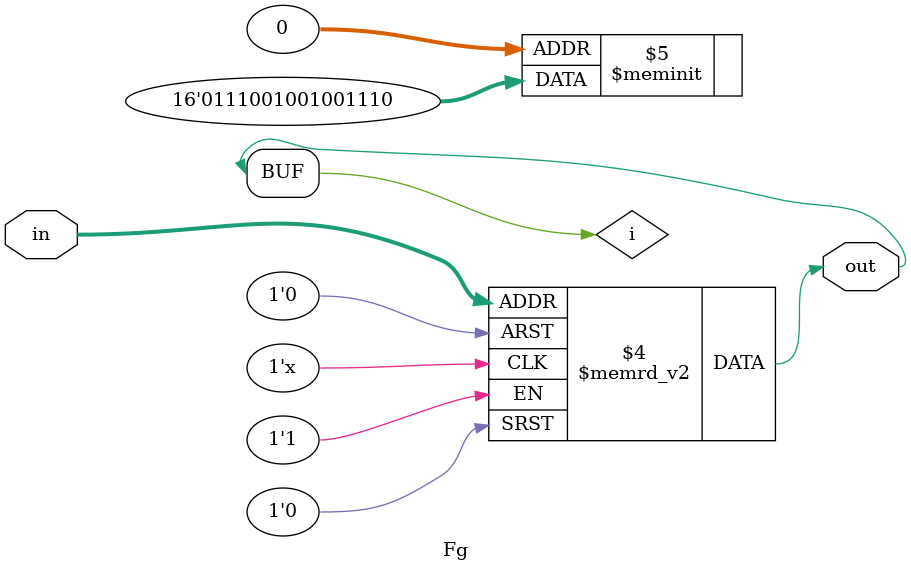
<source format=v>
/******************************************************************************

  Функция Fg для ядра DST40.

  Реализована полностью комбинаторно.

******************************************************************************/

module Fg
(
  input   [3:0] in,
  output        out
);


reg     i;
assign  out = i;

always  @( in )
begin
  case( in )
    4'b 0000: i = 0;
    4'b 0001: i = 1;
    4'b 0010: i = 1;
    4'b 0011: i = 1;
    4'b 0100: i = 0;
    4'b 0101: i = 0;
    4'b 0110: i = 1;
    4'b 0111: i = 0;
    4'b 1000: i = 0;
    4'b 1001: i = 1;
    4'b 1010: i = 0;
    4'b 1011: i = 0;
    4'b 1100: i = 1;
    4'b 1101: i = 1;
    4'b 1110: i = 1;
    default : i = 0;
  endcase
end


endmodule

</source>
